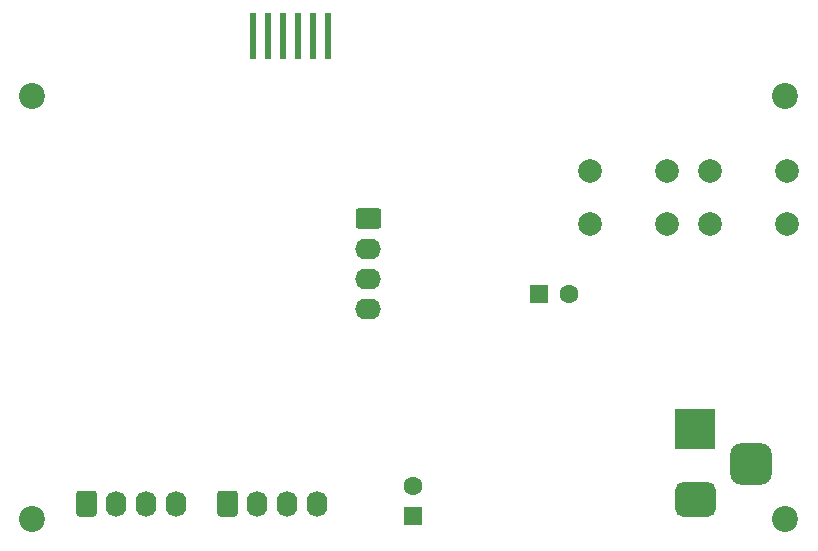
<source format=gbr>
%TF.GenerationSoftware,KiCad,Pcbnew,5.1.9+dfsg1-1*%
%TF.CreationDate,2021-11-11T20:26:25+01:00*%
%TF.ProjectId,lidar_board,6c696461-725f-4626-9f61-72642e6b6963,rev?*%
%TF.SameCoordinates,Original*%
%TF.FileFunction,Soldermask,Bot*%
%TF.FilePolarity,Negative*%
%FSLAX46Y46*%
G04 Gerber Fmt 4.6, Leading zero omitted, Abs format (unit mm)*
G04 Created by KiCad (PCBNEW 5.1.9+dfsg1-1) date 2021-11-11 20:26:25*
%MOMM*%
%LPD*%
G01*
G04 APERTURE LIST*
%ADD10C,2.200000*%
%ADD11C,1.600000*%
%ADD12R,1.600000X1.600000*%
%ADD13R,3.500000X3.500000*%
%ADD14O,2.190000X1.740000*%
%ADD15O,1.740000X2.190000*%
%ADD16R,0.560000X4.000000*%
%ADD17C,2.000000*%
G04 APERTURE END LIST*
D10*
%TO.C,REF\u002A\u002A*%
X135128000Y-77978000D03*
%TD*%
%TO.C,REF\u002A\u002A*%
X198882000Y-77978000D03*
%TD*%
%TO.C,REF\u002A\u002A*%
X135128000Y-113792000D03*
%TD*%
%TO.C,REF\u002A\u002A*%
X198882000Y-113792000D03*
%TD*%
D11*
%TO.C,C1*%
X167386000Y-111038000D03*
D12*
X167386000Y-113538000D03*
%TD*%
%TO.C,C2*%
X178054000Y-94742000D03*
D11*
X180554000Y-94742000D03*
%TD*%
D13*
%TO.C,J1*%
X191262000Y-106172000D03*
G36*
G01*
X192262000Y-113672000D02*
X190262000Y-113672000D01*
G75*
G02*
X189512000Y-112922000I0J750000D01*
G01*
X189512000Y-111422000D01*
G75*
G02*
X190262000Y-110672000I750000J0D01*
G01*
X192262000Y-110672000D01*
G75*
G02*
X193012000Y-111422000I0J-750000D01*
G01*
X193012000Y-112922000D01*
G75*
G02*
X192262000Y-113672000I-750000J0D01*
G01*
G37*
G36*
G01*
X196837000Y-110922000D02*
X195087000Y-110922000D01*
G75*
G02*
X194212000Y-110047000I0J875000D01*
G01*
X194212000Y-108297000D01*
G75*
G02*
X195087000Y-107422000I875000J0D01*
G01*
X196837000Y-107422000D01*
G75*
G02*
X197712000Y-108297000I0J-875000D01*
G01*
X197712000Y-110047000D01*
G75*
G02*
X196837000Y-110922000I-875000J0D01*
G01*
G37*
%TD*%
D14*
%TO.C,J2*%
X163576000Y-96012000D03*
X163576000Y-93472000D03*
X163576000Y-90932000D03*
G36*
G01*
X162730999Y-87522000D02*
X164421001Y-87522000D01*
G75*
G02*
X164671000Y-87771999I0J-249999D01*
G01*
X164671000Y-89012001D01*
G75*
G02*
X164421001Y-89262000I-249999J0D01*
G01*
X162730999Y-89262000D01*
G75*
G02*
X162481000Y-89012001I0J249999D01*
G01*
X162481000Y-87771999D01*
G75*
G02*
X162730999Y-87522000I249999J0D01*
G01*
G37*
%TD*%
%TO.C,I2C*%
G36*
G01*
X150768000Y-113367001D02*
X150768000Y-111676999D01*
G75*
G02*
X151017999Y-111427000I249999J0D01*
G01*
X152258001Y-111427000D01*
G75*
G02*
X152508000Y-111676999I0J-249999D01*
G01*
X152508000Y-113367001D01*
G75*
G02*
X152258001Y-113617000I-249999J0D01*
G01*
X151017999Y-113617000D01*
G75*
G02*
X150768000Y-113367001I0J249999D01*
G01*
G37*
D15*
X154178000Y-112522000D03*
X156718000Y-112522000D03*
X159258000Y-112522000D03*
%TD*%
%TO.C,I2C*%
G36*
G01*
X138830000Y-113367001D02*
X138830000Y-111676999D01*
G75*
G02*
X139079999Y-111427000I249999J0D01*
G01*
X140320001Y-111427000D01*
G75*
G02*
X140570000Y-111676999I0J-249999D01*
G01*
X140570000Y-113367001D01*
G75*
G02*
X140320001Y-113617000I-249999J0D01*
G01*
X139079999Y-113617000D01*
G75*
G02*
X138830000Y-113367001I0J249999D01*
G01*
G37*
X142240000Y-112522000D03*
X144780000Y-112522000D03*
X147320000Y-112522000D03*
%TD*%
D16*
%TO.C,J5*%
X153787000Y-72938000D03*
X156327000Y-72938000D03*
X160137000Y-72938000D03*
X158867000Y-72938000D03*
X155057000Y-72938000D03*
X157597000Y-72938000D03*
%TD*%
D17*
%TO.C,Reset*%
X188872000Y-84328000D03*
X188872000Y-88828000D03*
X182372000Y-84328000D03*
X182372000Y-88828000D03*
%TD*%
%TO.C,Boot*%
X192532000Y-88828000D03*
X192532000Y-84328000D03*
X199032000Y-88828000D03*
X199032000Y-84328000D03*
%TD*%
M02*

</source>
